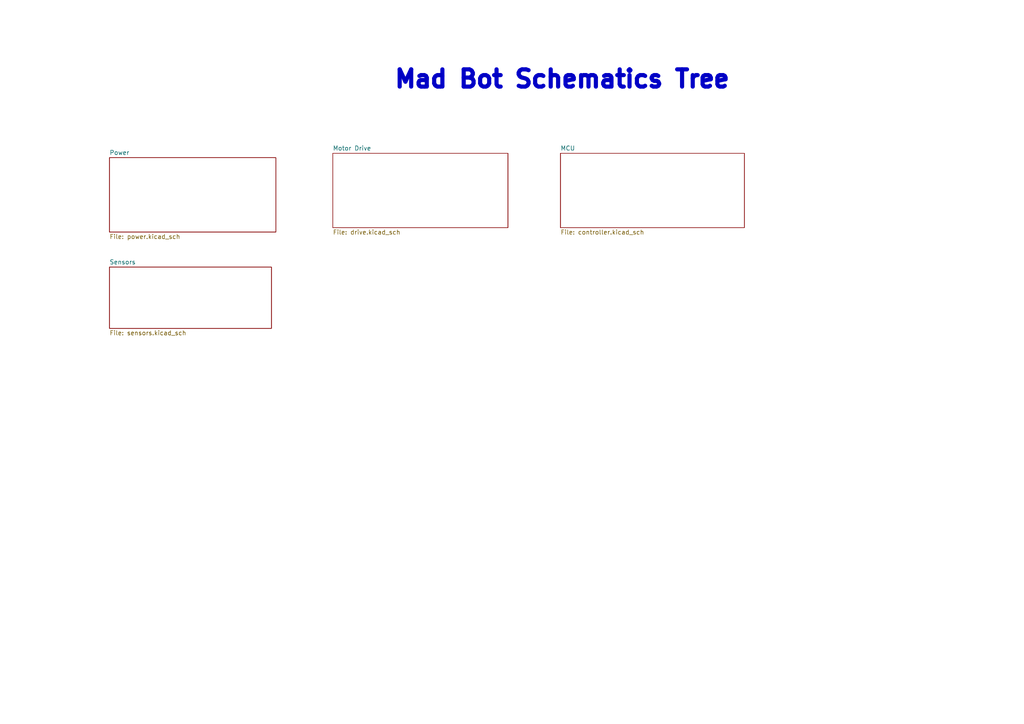
<source format=kicad_sch>
(kicad_sch
	(version 20231120)
	(generator "eeschema")
	(generator_version "8.0")
	(uuid "8bdcaa29-475f-4de6-ac2b-b86b9c11362d")
	(paper "A4")
	(lib_symbols)
	(text "Mad Bot Schematics Tree"
		(exclude_from_sim no)
		(at 163.068 23.114 0)
		(effects
			(font
				(size 5 5)
				(thickness 1.2)
				(bold yes)
			)
		)
		(uuid "3c208552-7bc6-4c6d-8fb7-da55735e463c")
	)
	(sheet
		(at 96.52 44.45)
		(size 50.8 21.59)
		(fields_autoplaced yes)
		(stroke
			(width 0.1524)
			(type solid)
		)
		(fill
			(color 0 0 0 0.0000)
		)
		(uuid "5120b27d-14bc-4333-b1bc-a4a9637a24b1")
		(property "Sheetname" "Motor Drive"
			(at 96.52 43.7384 0)
			(effects
				(font
					(size 1.27 1.27)
				)
				(justify left bottom)
			)
		)
		(property "Sheetfile" "drive.kicad_sch"
			(at 96.52 66.6246 0)
			(effects
				(font
					(size 1.27 1.27)
				)
				(justify left top)
			)
		)
		(instances
			(project "Mad_Bot"
				(path "/8bdcaa29-475f-4de6-ac2b-b86b9c11362d"
					(page "3")
				)
			)
		)
	)
	(sheet
		(at 162.56 44.45)
		(size 53.34 21.59)
		(fields_autoplaced yes)
		(stroke
			(width 0.1524)
			(type solid)
		)
		(fill
			(color 0 0 0 0.0000)
		)
		(uuid "6dc374af-f04c-4500-ab01-cfd53887145b")
		(property "Sheetname" "MCU"
			(at 162.56 43.7384 0)
			(effects
				(font
					(size 1.27 1.27)
				)
				(justify left bottom)
			)
		)
		(property "Sheetfile" "controller.kicad_sch"
			(at 162.56 66.6246 0)
			(effects
				(font
					(size 1.27 1.27)
				)
				(justify left top)
			)
		)
		(instances
			(project "Mad_Bot"
				(path "/8bdcaa29-475f-4de6-ac2b-b86b9c11362d"
					(page "4")
				)
			)
		)
	)
	(sheet
		(at 31.75 77.47)
		(size 46.99 17.78)
		(fields_autoplaced yes)
		(stroke
			(width 0.1524)
			(type solid)
		)
		(fill
			(color 0 0 0 0.0000)
		)
		(uuid "77fb1926-038f-4ada-8a21-604241b8e1c5")
		(property "Sheetname" "Sensors"
			(at 31.75 76.7584 0)
			(effects
				(font
					(size 1.27 1.27)
				)
				(justify left bottom)
			)
		)
		(property "Sheetfile" "sensors.kicad_sch"
			(at 31.75 95.8346 0)
			(effects
				(font
					(size 1.27 1.27)
				)
				(justify left top)
			)
		)
		(instances
			(project "Mad_Bot"
				(path "/8bdcaa29-475f-4de6-ac2b-b86b9c11362d"
					(page "5")
				)
			)
		)
	)
	(sheet
		(at 31.75 45.72)
		(size 48.26 21.59)
		(fields_autoplaced yes)
		(stroke
			(width 0.1524)
			(type solid)
		)
		(fill
			(color 0 0 0 0.0000)
		)
		(uuid "a2695317-0484-4915-81a4-69f6dd1bddf6")
		(property "Sheetname" "Power"
			(at 31.75 45.0084 0)
			(effects
				(font
					(size 1.27 1.27)
				)
				(justify left bottom)
			)
		)
		(property "Sheetfile" "power.kicad_sch"
			(at 31.75 67.8946 0)
			(effects
				(font
					(size 1.27 1.27)
				)
				(justify left top)
			)
		)
		(instances
			(project "Mad_Bot"
				(path "/8bdcaa29-475f-4de6-ac2b-b86b9c11362d"
					(page "2")
				)
			)
		)
	)
	(sheet_instances
		(path "/"
			(page "1")
		)
	)
)

</source>
